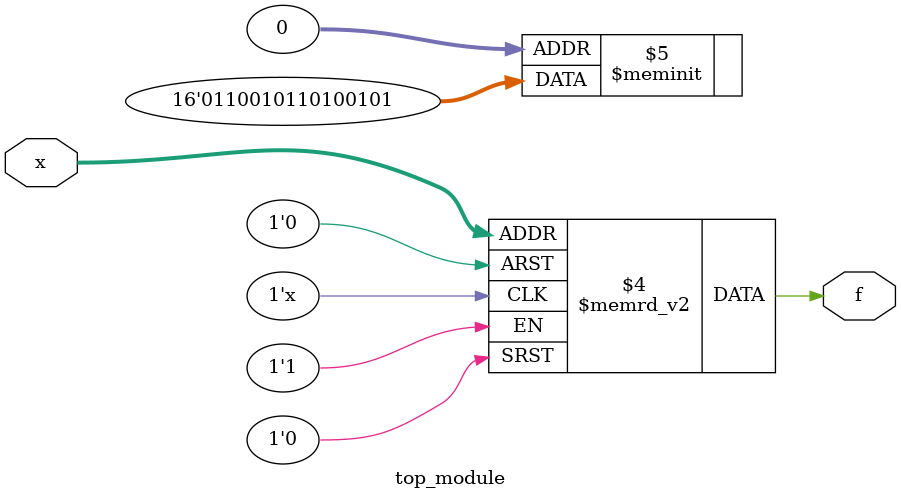
<source format=sv>
module top_module (
    input [4:1] x,
    output logic f
);

always_comb begin
    case (x)
        4'b0000: f = 1'b1;
        4'b0001: f = 1'b0;
        4'b0011: f = 1'b0;
        4'b0010: f = 1'b1;
        4'b0110: f = 1'b0;
        4'b0111: f = 1'b1;
        4'b0101: f = 1'b1;
        4'b0100: f = 1'b0;
        4'b1100: f = 1'b0;
        4'b1101: f = 1'b1;
        4'b1111: f = 1'b0;
        4'b1110: f = 1'b1;
        4'b1010: f = 1'b1;
        4'b1011: f = 1'b0;
        4'b1001: f = 1'b0;
        4'b1000: f = 1'b1;
        default: f = 1'b0;
    endcase
end

endmodule

</source>
